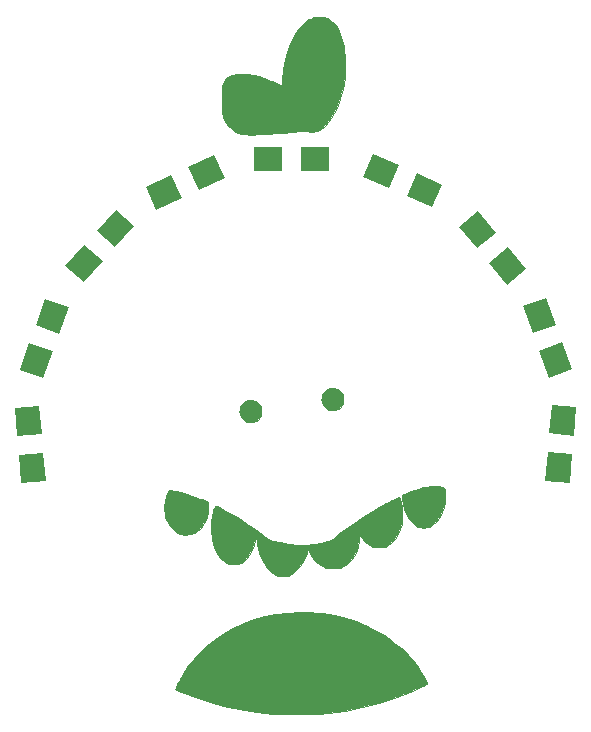
<source format=gts>
G04 #@! TF.FileFunction,Soldermask,Top*
%FSLAX46Y46*%
G04 Gerber Fmt 4.6, Leading zero omitted, Abs format (unit mm)*
G04 Created by KiCad (PCBNEW 4.0.7) date 06/01/18 15:25:46*
%MOMM*%
%LPD*%
G01*
G04 APERTURE LIST*
%ADD10C,0.100000*%
%ADD11C,0.010000*%
%ADD12C,2.100000*%
%ADD13O,2.100000X2.100000*%
%ADD14R,2.400000X2.100000*%
G04 APERTURE END LIST*
D10*
D11*
G36*
X100310893Y-116255934D02*
X100850519Y-116283193D01*
X101363067Y-116331859D01*
X101876556Y-116404577D01*
X102406263Y-116501439D01*
X103346525Y-116727592D01*
X104256056Y-117022283D01*
X105130007Y-117382202D01*
X105963532Y-117804041D01*
X106751781Y-118284489D01*
X107489907Y-118820237D01*
X108173061Y-119407976D01*
X108796396Y-120044395D01*
X109355063Y-120726185D01*
X109844214Y-121450036D01*
X109971603Y-121666000D01*
X110098454Y-121888486D01*
X110185656Y-122049695D01*
X110234317Y-122162556D01*
X110245548Y-122240001D01*
X110220458Y-122294962D01*
X110160157Y-122340371D01*
X110065754Y-122389159D01*
X110034963Y-122404388D01*
X108778363Y-122982888D01*
X107480816Y-123488825D01*
X106141364Y-123922474D01*
X104759047Y-124284111D01*
X103332906Y-124574011D01*
X101861984Y-124792447D01*
X101600000Y-124823335D01*
X101390151Y-124841763D01*
X101109022Y-124858416D01*
X100769984Y-124873121D01*
X100386408Y-124885703D01*
X99971666Y-124895988D01*
X99539129Y-124903802D01*
X99102167Y-124908970D01*
X98674154Y-124911319D01*
X98268458Y-124910675D01*
X97898453Y-124906862D01*
X97577509Y-124899707D01*
X97318998Y-124889035D01*
X97197334Y-124880695D01*
X95740522Y-124718850D01*
X94321697Y-124484286D01*
X92942846Y-124177462D01*
X91605954Y-123798837D01*
X90313010Y-123348870D01*
X89949648Y-123206344D01*
X89642854Y-123082787D01*
X89405670Y-122986778D01*
X89229144Y-122914303D01*
X89104319Y-122861351D01*
X89022244Y-122823910D01*
X88973963Y-122797967D01*
X88950522Y-122779511D01*
X88942967Y-122764528D01*
X88942334Y-122754990D01*
X88961331Y-122685369D01*
X89013287Y-122557195D01*
X89090642Y-122386257D01*
X89185841Y-122188345D01*
X89291325Y-121979248D01*
X89399537Y-121774756D01*
X89483809Y-121623667D01*
X89945791Y-120902804D01*
X90481546Y-120217605D01*
X91086094Y-119572650D01*
X91754453Y-118972524D01*
X92481642Y-118421806D01*
X93262678Y-117925080D01*
X93853000Y-117604742D01*
X94739725Y-117195319D01*
X95634227Y-116862008D01*
X96545260Y-116602780D01*
X97481582Y-116415611D01*
X98451949Y-116298471D01*
X99465116Y-116249335D01*
X99716167Y-116247436D01*
X100310893Y-116255934D01*
X100310893Y-116255934D01*
G37*
X100310893Y-116255934D02*
X100850519Y-116283193D01*
X101363067Y-116331859D01*
X101876556Y-116404577D01*
X102406263Y-116501439D01*
X103346525Y-116727592D01*
X104256056Y-117022283D01*
X105130007Y-117382202D01*
X105963532Y-117804041D01*
X106751781Y-118284489D01*
X107489907Y-118820237D01*
X108173061Y-119407976D01*
X108796396Y-120044395D01*
X109355063Y-120726185D01*
X109844214Y-121450036D01*
X109971603Y-121666000D01*
X110098454Y-121888486D01*
X110185656Y-122049695D01*
X110234317Y-122162556D01*
X110245548Y-122240001D01*
X110220458Y-122294962D01*
X110160157Y-122340371D01*
X110065754Y-122389159D01*
X110034963Y-122404388D01*
X108778363Y-122982888D01*
X107480816Y-123488825D01*
X106141364Y-123922474D01*
X104759047Y-124284111D01*
X103332906Y-124574011D01*
X101861984Y-124792447D01*
X101600000Y-124823335D01*
X101390151Y-124841763D01*
X101109022Y-124858416D01*
X100769984Y-124873121D01*
X100386408Y-124885703D01*
X99971666Y-124895988D01*
X99539129Y-124903802D01*
X99102167Y-124908970D01*
X98674154Y-124911319D01*
X98268458Y-124910675D01*
X97898453Y-124906862D01*
X97577509Y-124899707D01*
X97318998Y-124889035D01*
X97197334Y-124880695D01*
X95740522Y-124718850D01*
X94321697Y-124484286D01*
X92942846Y-124177462D01*
X91605954Y-123798837D01*
X90313010Y-123348870D01*
X89949648Y-123206344D01*
X89642854Y-123082787D01*
X89405670Y-122986778D01*
X89229144Y-122914303D01*
X89104319Y-122861351D01*
X89022244Y-122823910D01*
X88973963Y-122797967D01*
X88950522Y-122779511D01*
X88942967Y-122764528D01*
X88942334Y-122754990D01*
X88961331Y-122685369D01*
X89013287Y-122557195D01*
X89090642Y-122386257D01*
X89185841Y-122188345D01*
X89291325Y-121979248D01*
X89399537Y-121774756D01*
X89483809Y-121623667D01*
X89945791Y-120902804D01*
X90481546Y-120217605D01*
X91086094Y-119572650D01*
X91754453Y-118972524D01*
X92481642Y-118421806D01*
X93262678Y-117925080D01*
X93853000Y-117604742D01*
X94739725Y-117195319D01*
X95634227Y-116862008D01*
X96545260Y-116602780D01*
X97481582Y-116415611D01*
X98451949Y-116298471D01*
X99465116Y-116249335D01*
X99716167Y-116247436D01*
X100310893Y-116255934D01*
G36*
X107895266Y-106512376D02*
X107946680Y-106580584D01*
X107978519Y-106658833D01*
X108064501Y-106970253D01*
X108124954Y-107336625D01*
X108158375Y-107731717D01*
X108163261Y-108129294D01*
X108138110Y-108503123D01*
X108098475Y-108752870D01*
X107966188Y-109227008D01*
X107780858Y-109654255D01*
X107547294Y-110027353D01*
X107270308Y-110339043D01*
X106954710Y-110582066D01*
X106844372Y-110645188D01*
X106732871Y-110700038D01*
X106633535Y-110735110D01*
X106521986Y-110754756D01*
X106373845Y-110763324D01*
X106172000Y-110765167D01*
X105965035Y-110763189D01*
X105818322Y-110754356D01*
X105707482Y-110734318D01*
X105608136Y-110698725D01*
X105499629Y-110645188D01*
X105210214Y-110453522D01*
X104936805Y-110197711D01*
X104700952Y-109898096D01*
X104689124Y-109880178D01*
X104521000Y-109622873D01*
X104521000Y-109922665D01*
X104509222Y-110120574D01*
X104478374Y-110349035D01*
X104436083Y-110554478D01*
X104275748Y-111041454D01*
X104059665Y-111470948D01*
X103790400Y-111839549D01*
X103470517Y-112143848D01*
X103102580Y-112380434D01*
X103039334Y-112411819D01*
X102916536Y-112468011D01*
X102813157Y-112505394D01*
X102706461Y-112527781D01*
X102573714Y-112538985D01*
X102392181Y-112542818D01*
X102256167Y-112543167D01*
X102033465Y-112541593D01*
X101873034Y-112534564D01*
X101752500Y-112518619D01*
X101649493Y-112490295D01*
X101541638Y-112446130D01*
X101497495Y-112425770D01*
X101116677Y-112203239D01*
X100787991Y-111915945D01*
X100509266Y-111561658D01*
X100310394Y-111206984D01*
X100237300Y-111056793D01*
X100190746Y-110973552D01*
X100161148Y-110947636D01*
X100138927Y-110969421D01*
X100119740Y-111015468D01*
X100087738Y-111113250D01*
X100076000Y-111173032D01*
X100058306Y-111244450D01*
X100010983Y-111371771D01*
X99942677Y-111535375D01*
X99862029Y-111715641D01*
X99777683Y-111892947D01*
X99698281Y-112047674D01*
X99662862Y-112110907D01*
X99482566Y-112374743D01*
X99262197Y-112627743D01*
X99023388Y-112847975D01*
X98787770Y-113013504D01*
X98754407Y-113032062D01*
X98612812Y-113103018D01*
X98492374Y-113146830D01*
X98361765Y-113170933D01*
X98189658Y-113182758D01*
X98107500Y-113185561D01*
X97923355Y-113186861D01*
X97760709Y-113180647D01*
X97646066Y-113168194D01*
X97620667Y-113162113D01*
X97286026Y-113008995D01*
X96973916Y-112779720D01*
X96688694Y-112480824D01*
X96434719Y-112118845D01*
X96216349Y-111700317D01*
X96037941Y-111231779D01*
X95903854Y-110719765D01*
X95868688Y-110534341D01*
X95837530Y-110333877D01*
X95813064Y-110140525D01*
X95799120Y-109986050D01*
X95797355Y-109942790D01*
X95794382Y-109858797D01*
X95786734Y-109833112D01*
X95771196Y-109872400D01*
X95744554Y-109983323D01*
X95717182Y-110109000D01*
X95587529Y-110599457D01*
X95421454Y-111022320D01*
X95213482Y-111388807D01*
X94958135Y-111710132D01*
X94911334Y-111759318D01*
X94694904Y-111958467D01*
X94488776Y-112091397D01*
X94267944Y-112168839D01*
X94007401Y-112201529D01*
X93874167Y-112204500D01*
X93588314Y-112188055D01*
X93353141Y-112131565D01*
X93143642Y-112024297D01*
X92934810Y-111855517D01*
X92837000Y-111759318D01*
X92538560Y-111392686D01*
X92300474Y-110967492D01*
X92123156Y-110484970D01*
X92007022Y-109946357D01*
X91952486Y-109352887D01*
X91948000Y-109113214D01*
X91964829Y-108629455D01*
X92017923Y-108196924D01*
X92111189Y-107788611D01*
X92165213Y-107611936D01*
X92218700Y-107445208D01*
X92261699Y-107328915D01*
X92307690Y-107260754D01*
X92370155Y-107238421D01*
X92462573Y-107259614D01*
X92598427Y-107322029D01*
X92791196Y-107423362D01*
X92907751Y-107485071D01*
X93664259Y-107898478D01*
X94361139Y-108313449D01*
X95022245Y-108745647D01*
X95671434Y-109210732D01*
X96332562Y-109724366D01*
X96393000Y-109773133D01*
X96552744Y-109899715D01*
X96689918Y-109998341D01*
X96820692Y-110075618D01*
X96961233Y-110138149D01*
X97127708Y-110192539D01*
X97336285Y-110245392D01*
X97603131Y-110303312D01*
X97779452Y-110339489D01*
X98564849Y-110474410D01*
X99300163Y-110548386D01*
X99994254Y-110561253D01*
X100655981Y-110512846D01*
X101294203Y-110403002D01*
X101813494Y-110264723D01*
X101969678Y-110210406D01*
X102109240Y-110145199D01*
X102254028Y-110056284D01*
X102425888Y-109930841D01*
X102554751Y-109829792D01*
X102984118Y-109498360D01*
X103471050Y-109140996D01*
X103997576Y-108770013D01*
X104545725Y-108397725D01*
X105097526Y-108036445D01*
X105635008Y-107698487D01*
X105898244Y-107538822D01*
X106189946Y-107366686D01*
X106486707Y-107195827D01*
X106778215Y-107031796D01*
X107054160Y-106880144D01*
X107304229Y-106746421D01*
X107518111Y-106636179D01*
X107685495Y-106554969D01*
X107796068Y-106508342D01*
X107829023Y-106499438D01*
X107895266Y-106512376D01*
X107895266Y-106512376D01*
G37*
X107895266Y-106512376D02*
X107946680Y-106580584D01*
X107978519Y-106658833D01*
X108064501Y-106970253D01*
X108124954Y-107336625D01*
X108158375Y-107731717D01*
X108163261Y-108129294D01*
X108138110Y-108503123D01*
X108098475Y-108752870D01*
X107966188Y-109227008D01*
X107780858Y-109654255D01*
X107547294Y-110027353D01*
X107270308Y-110339043D01*
X106954710Y-110582066D01*
X106844372Y-110645188D01*
X106732871Y-110700038D01*
X106633535Y-110735110D01*
X106521986Y-110754756D01*
X106373845Y-110763324D01*
X106172000Y-110765167D01*
X105965035Y-110763189D01*
X105818322Y-110754356D01*
X105707482Y-110734318D01*
X105608136Y-110698725D01*
X105499629Y-110645188D01*
X105210214Y-110453522D01*
X104936805Y-110197711D01*
X104700952Y-109898096D01*
X104689124Y-109880178D01*
X104521000Y-109622873D01*
X104521000Y-109922665D01*
X104509222Y-110120574D01*
X104478374Y-110349035D01*
X104436083Y-110554478D01*
X104275748Y-111041454D01*
X104059665Y-111470948D01*
X103790400Y-111839549D01*
X103470517Y-112143848D01*
X103102580Y-112380434D01*
X103039334Y-112411819D01*
X102916536Y-112468011D01*
X102813157Y-112505394D01*
X102706461Y-112527781D01*
X102573714Y-112538985D01*
X102392181Y-112542818D01*
X102256167Y-112543167D01*
X102033465Y-112541593D01*
X101873034Y-112534564D01*
X101752500Y-112518619D01*
X101649493Y-112490295D01*
X101541638Y-112446130D01*
X101497495Y-112425770D01*
X101116677Y-112203239D01*
X100787991Y-111915945D01*
X100509266Y-111561658D01*
X100310394Y-111206984D01*
X100237300Y-111056793D01*
X100190746Y-110973552D01*
X100161148Y-110947636D01*
X100138927Y-110969421D01*
X100119740Y-111015468D01*
X100087738Y-111113250D01*
X100076000Y-111173032D01*
X100058306Y-111244450D01*
X100010983Y-111371771D01*
X99942677Y-111535375D01*
X99862029Y-111715641D01*
X99777683Y-111892947D01*
X99698281Y-112047674D01*
X99662862Y-112110907D01*
X99482566Y-112374743D01*
X99262197Y-112627743D01*
X99023388Y-112847975D01*
X98787770Y-113013504D01*
X98754407Y-113032062D01*
X98612812Y-113103018D01*
X98492374Y-113146830D01*
X98361765Y-113170933D01*
X98189658Y-113182758D01*
X98107500Y-113185561D01*
X97923355Y-113186861D01*
X97760709Y-113180647D01*
X97646066Y-113168194D01*
X97620667Y-113162113D01*
X97286026Y-113008995D01*
X96973916Y-112779720D01*
X96688694Y-112480824D01*
X96434719Y-112118845D01*
X96216349Y-111700317D01*
X96037941Y-111231779D01*
X95903854Y-110719765D01*
X95868688Y-110534341D01*
X95837530Y-110333877D01*
X95813064Y-110140525D01*
X95799120Y-109986050D01*
X95797355Y-109942790D01*
X95794382Y-109858797D01*
X95786734Y-109833112D01*
X95771196Y-109872400D01*
X95744554Y-109983323D01*
X95717182Y-110109000D01*
X95587529Y-110599457D01*
X95421454Y-111022320D01*
X95213482Y-111388807D01*
X94958135Y-111710132D01*
X94911334Y-111759318D01*
X94694904Y-111958467D01*
X94488776Y-112091397D01*
X94267944Y-112168839D01*
X94007401Y-112201529D01*
X93874167Y-112204500D01*
X93588314Y-112188055D01*
X93353141Y-112131565D01*
X93143642Y-112024297D01*
X92934810Y-111855517D01*
X92837000Y-111759318D01*
X92538560Y-111392686D01*
X92300474Y-110967492D01*
X92123156Y-110484970D01*
X92007022Y-109946357D01*
X91952486Y-109352887D01*
X91948000Y-109113214D01*
X91964829Y-108629455D01*
X92017923Y-108196924D01*
X92111189Y-107788611D01*
X92165213Y-107611936D01*
X92218700Y-107445208D01*
X92261699Y-107328915D01*
X92307690Y-107260754D01*
X92370155Y-107238421D01*
X92462573Y-107259614D01*
X92598427Y-107322029D01*
X92791196Y-107423362D01*
X92907751Y-107485071D01*
X93664259Y-107898478D01*
X94361139Y-108313449D01*
X95022245Y-108745647D01*
X95671434Y-109210732D01*
X96332562Y-109724366D01*
X96393000Y-109773133D01*
X96552744Y-109899715D01*
X96689918Y-109998341D01*
X96820692Y-110075618D01*
X96961233Y-110138149D01*
X97127708Y-110192539D01*
X97336285Y-110245392D01*
X97603131Y-110303312D01*
X97779452Y-110339489D01*
X98564849Y-110474410D01*
X99300163Y-110548386D01*
X99994254Y-110561253D01*
X100655981Y-110512846D01*
X101294203Y-110403002D01*
X101813494Y-110264723D01*
X101969678Y-110210406D01*
X102109240Y-110145199D01*
X102254028Y-110056284D01*
X102425888Y-109930841D01*
X102554751Y-109829792D01*
X102984118Y-109498360D01*
X103471050Y-109140996D01*
X103997576Y-108770013D01*
X104545725Y-108397725D01*
X105097526Y-108036445D01*
X105635008Y-107698487D01*
X105898244Y-107538822D01*
X106189946Y-107366686D01*
X106486707Y-107195827D01*
X106778215Y-107031796D01*
X107054160Y-106880144D01*
X107304229Y-106746421D01*
X107518111Y-106636179D01*
X107685495Y-106554969D01*
X107796068Y-106508342D01*
X107829023Y-106499438D01*
X107895266Y-106512376D01*
G36*
X88479758Y-105885131D02*
X88594695Y-105910995D01*
X88759012Y-105949465D01*
X88956290Y-105996750D01*
X88985729Y-106003887D01*
X89650661Y-106181545D01*
X90338801Y-106395093D01*
X91005099Y-106630332D01*
X91154250Y-106687463D01*
X91694000Y-106897643D01*
X91693374Y-107349738D01*
X91686335Y-107583890D01*
X91667888Y-107816298D01*
X91641111Y-108012603D01*
X91628419Y-108074761D01*
X91501992Y-108458339D01*
X91314923Y-108813286D01*
X91077552Y-109125288D01*
X90800220Y-109380030D01*
X90586199Y-109517500D01*
X90448644Y-109586987D01*
X90332128Y-109630825D01*
X90207332Y-109655859D01*
X90044939Y-109668930D01*
X89916000Y-109673917D01*
X89638997Y-109672891D01*
X89436220Y-109650234D01*
X89359071Y-109629039D01*
X89020110Y-109458744D01*
X88716805Y-109218243D01*
X88457296Y-108917404D01*
X88249725Y-108566093D01*
X88102231Y-108174175D01*
X88076581Y-108074761D01*
X88036919Y-107828687D01*
X88017123Y-107533279D01*
X88017195Y-107221505D01*
X88037133Y-106926334D01*
X88076581Y-106682239D01*
X88117702Y-106539615D01*
X88176380Y-106375256D01*
X88244267Y-106208174D01*
X88313019Y-106057384D01*
X88374289Y-105941898D01*
X88419732Y-105880729D01*
X88430624Y-105875667D01*
X88479758Y-105885131D01*
X88479758Y-105885131D01*
G37*
X88479758Y-105885131D02*
X88594695Y-105910995D01*
X88759012Y-105949465D01*
X88956290Y-105996750D01*
X88985729Y-106003887D01*
X89650661Y-106181545D01*
X90338801Y-106395093D01*
X91005099Y-106630332D01*
X91154250Y-106687463D01*
X91694000Y-106897643D01*
X91693374Y-107349738D01*
X91686335Y-107583890D01*
X91667888Y-107816298D01*
X91641111Y-108012603D01*
X91628419Y-108074761D01*
X91501992Y-108458339D01*
X91314923Y-108813286D01*
X91077552Y-109125288D01*
X90800220Y-109380030D01*
X90586199Y-109517500D01*
X90448644Y-109586987D01*
X90332128Y-109630825D01*
X90207332Y-109655859D01*
X90044939Y-109668930D01*
X89916000Y-109673917D01*
X89638997Y-109672891D01*
X89436220Y-109650234D01*
X89359071Y-109629039D01*
X89020110Y-109458744D01*
X88716805Y-109218243D01*
X88457296Y-108917404D01*
X88249725Y-108566093D01*
X88102231Y-108174175D01*
X88076581Y-108074761D01*
X88036919Y-107828687D01*
X88017123Y-107533279D01*
X88017195Y-107221505D01*
X88037133Y-106926334D01*
X88076581Y-106682239D01*
X88117702Y-106539615D01*
X88176380Y-106375256D01*
X88244267Y-106208174D01*
X88313019Y-106057384D01*
X88374289Y-105941898D01*
X88419732Y-105880729D01*
X88430624Y-105875667D01*
X88479758Y-105885131D01*
G36*
X111032964Y-105587203D02*
X111296437Y-105596246D01*
X111487157Y-105610536D01*
X111616858Y-105640839D01*
X111697272Y-105697926D01*
X111740135Y-105792564D01*
X111757179Y-105935521D01*
X111760138Y-106137566D01*
X111760000Y-106254432D01*
X111734080Y-106810000D01*
X111654874Y-107307176D01*
X111520210Y-107755062D01*
X111327918Y-108162759D01*
X111289134Y-108229071D01*
X111144307Y-108433305D01*
X110964072Y-108633435D01*
X110768025Y-108811469D01*
X110575762Y-108949418D01*
X110423214Y-109024071D01*
X110201412Y-109072255D01*
X109942685Y-109087178D01*
X109686080Y-109068949D01*
X109481131Y-109021479D01*
X109325461Y-108940015D01*
X109144916Y-108804388D01*
X108958825Y-108632648D01*
X108786516Y-108442844D01*
X108647319Y-108253024D01*
X108632533Y-108229071D01*
X108460830Y-107888855D01*
X108320210Y-107501212D01*
X108219387Y-107097145D01*
X108167076Y-106707657D01*
X108161667Y-106553889D01*
X108161667Y-106308225D01*
X108681701Y-106094407D01*
X109139344Y-105915484D01*
X109543683Y-105779239D01*
X109912204Y-105681901D01*
X110262389Y-105619699D01*
X110611723Y-105588860D01*
X110977690Y-105585614D01*
X111032964Y-105587203D01*
X111032964Y-105587203D01*
G37*
X111032964Y-105587203D02*
X111296437Y-105596246D01*
X111487157Y-105610536D01*
X111616858Y-105640839D01*
X111697272Y-105697926D01*
X111740135Y-105792564D01*
X111757179Y-105935521D01*
X111760138Y-106137566D01*
X111760000Y-106254432D01*
X111734080Y-106810000D01*
X111654874Y-107307176D01*
X111520210Y-107755062D01*
X111327918Y-108162759D01*
X111289134Y-108229071D01*
X111144307Y-108433305D01*
X110964072Y-108633435D01*
X110768025Y-108811469D01*
X110575762Y-108949418D01*
X110423214Y-109024071D01*
X110201412Y-109072255D01*
X109942685Y-109087178D01*
X109686080Y-109068949D01*
X109481131Y-109021479D01*
X109325461Y-108940015D01*
X109144916Y-108804388D01*
X108958825Y-108632648D01*
X108786516Y-108442844D01*
X108647319Y-108253024D01*
X108632533Y-108229071D01*
X108460830Y-107888855D01*
X108320210Y-107501212D01*
X108219387Y-107097145D01*
X108167076Y-106707657D01*
X108161667Y-106553889D01*
X108161667Y-106308225D01*
X108681701Y-106094407D01*
X109139344Y-105915484D01*
X109543683Y-105779239D01*
X109912204Y-105681901D01*
X110262389Y-105619699D01*
X110611723Y-105588860D01*
X110977690Y-105585614D01*
X111032964Y-105587203D01*
G36*
X95476865Y-98322083D02*
X95602917Y-98334575D01*
X95696580Y-98362257D01*
X95783950Y-98410744D01*
X95814893Y-98431607D01*
X95946666Y-98542877D01*
X96068097Y-98676854D01*
X96090059Y-98706774D01*
X96146403Y-98797648D01*
X96180142Y-98886453D01*
X96196892Y-98999282D01*
X96202266Y-99162229D01*
X96202500Y-99229333D01*
X96199584Y-99413865D01*
X96187092Y-99539916D01*
X96159409Y-99633580D01*
X96110922Y-99720950D01*
X96090059Y-99751892D01*
X95928074Y-99943325D01*
X95745098Y-100066818D01*
X95521023Y-100132988D01*
X95334667Y-100150667D01*
X95127800Y-100150791D01*
X94978838Y-100129817D01*
X94875645Y-100091215D01*
X94641646Y-99932980D01*
X94479776Y-99731710D01*
X94388740Y-99485058D01*
X94367244Y-99190677D01*
X94368140Y-99171387D01*
X94408134Y-98904895D01*
X94503341Y-98691476D01*
X94663836Y-98512575D01*
X94769774Y-98431607D01*
X94860649Y-98375264D01*
X94949454Y-98341524D01*
X95062283Y-98324775D01*
X95225229Y-98319401D01*
X95292334Y-98319167D01*
X95476865Y-98322083D01*
X95476865Y-98322083D01*
G37*
X95476865Y-98322083D02*
X95602917Y-98334575D01*
X95696580Y-98362257D01*
X95783950Y-98410744D01*
X95814893Y-98431607D01*
X95946666Y-98542877D01*
X96068097Y-98676854D01*
X96090059Y-98706774D01*
X96146403Y-98797648D01*
X96180142Y-98886453D01*
X96196892Y-98999282D01*
X96202266Y-99162229D01*
X96202500Y-99229333D01*
X96199584Y-99413865D01*
X96187092Y-99539916D01*
X96159409Y-99633580D01*
X96110922Y-99720950D01*
X96090059Y-99751892D01*
X95928074Y-99943325D01*
X95745098Y-100066818D01*
X95521023Y-100132988D01*
X95334667Y-100150667D01*
X95127800Y-100150791D01*
X94978838Y-100129817D01*
X94875645Y-100091215D01*
X94641646Y-99932980D01*
X94479776Y-99731710D01*
X94388740Y-99485058D01*
X94367244Y-99190677D01*
X94368140Y-99171387D01*
X94408134Y-98904895D01*
X94503341Y-98691476D01*
X94663836Y-98512575D01*
X94769774Y-98431607D01*
X94860649Y-98375264D01*
X94949454Y-98341524D01*
X95062283Y-98324775D01*
X95225229Y-98319401D01*
X95292334Y-98319167D01*
X95476865Y-98322083D01*
G36*
X102419532Y-97306083D02*
X102545583Y-97318575D01*
X102639247Y-97346257D01*
X102726617Y-97394744D01*
X102757559Y-97415607D01*
X102889332Y-97526877D01*
X103010764Y-97660854D01*
X103032726Y-97690774D01*
X103089070Y-97781648D01*
X103122809Y-97870453D01*
X103139558Y-97983282D01*
X103144933Y-98146229D01*
X103145167Y-98213333D01*
X103142251Y-98397865D01*
X103129758Y-98523916D01*
X103102076Y-98617580D01*
X103053589Y-98704950D01*
X103032726Y-98735892D01*
X102870740Y-98927325D01*
X102687764Y-99050818D01*
X102463689Y-99116988D01*
X102277334Y-99134667D01*
X102070467Y-99134791D01*
X101921505Y-99113817D01*
X101818311Y-99075215D01*
X101584312Y-98916980D01*
X101422442Y-98715710D01*
X101331407Y-98469058D01*
X101309911Y-98174677D01*
X101310807Y-98155387D01*
X101350801Y-97888895D01*
X101446008Y-97675476D01*
X101606503Y-97496575D01*
X101712441Y-97415607D01*
X101803315Y-97359264D01*
X101892120Y-97325524D01*
X102004949Y-97308775D01*
X102167896Y-97303401D01*
X102235000Y-97303167D01*
X102419532Y-97306083D01*
X102419532Y-97306083D01*
G37*
X102419532Y-97306083D02*
X102545583Y-97318575D01*
X102639247Y-97346257D01*
X102726617Y-97394744D01*
X102757559Y-97415607D01*
X102889332Y-97526877D01*
X103010764Y-97660854D01*
X103032726Y-97690774D01*
X103089070Y-97781648D01*
X103122809Y-97870453D01*
X103139558Y-97983282D01*
X103144933Y-98146229D01*
X103145167Y-98213333D01*
X103142251Y-98397865D01*
X103129758Y-98523916D01*
X103102076Y-98617580D01*
X103053589Y-98704950D01*
X103032726Y-98735892D01*
X102870740Y-98927325D01*
X102687764Y-99050818D01*
X102463689Y-99116988D01*
X102277334Y-99134667D01*
X102070467Y-99134791D01*
X101921505Y-99113817D01*
X101818311Y-99075215D01*
X101584312Y-98916980D01*
X101422442Y-98715710D01*
X101331407Y-98469058D01*
X101309911Y-98174677D01*
X101310807Y-98155387D01*
X101350801Y-97888895D01*
X101446008Y-97675476D01*
X101606503Y-97496575D01*
X101712441Y-97415607D01*
X101803315Y-97359264D01*
X101892120Y-97325524D01*
X102004949Y-97308775D01*
X102167896Y-97303401D01*
X102235000Y-97303167D01*
X102419532Y-97306083D01*
G36*
X101366749Y-65851219D02*
X101516583Y-65859055D01*
X101628225Y-65877024D01*
X101724901Y-65909143D01*
X101829834Y-65959429D01*
X101848949Y-65969433D01*
X102157001Y-66179101D01*
X102431197Y-66465068D01*
X102670730Y-66825681D01*
X102874791Y-67259288D01*
X103042575Y-67764238D01*
X103173273Y-68338879D01*
X103248763Y-68832889D01*
X103269127Y-69061713D01*
X103283034Y-69354257D01*
X103290637Y-69690546D01*
X103292090Y-70050609D01*
X103287549Y-70414473D01*
X103277168Y-70762164D01*
X103261100Y-71073709D01*
X103239501Y-71329136D01*
X103228791Y-71415062D01*
X103129305Y-71962050D01*
X102989720Y-72501374D01*
X102814770Y-73024095D01*
X102609189Y-73521274D01*
X102377710Y-73983971D01*
X102125068Y-74403248D01*
X101855996Y-74770166D01*
X101575228Y-75075786D01*
X101287498Y-75311169D01*
X101109448Y-75417021D01*
X100944481Y-75490558D01*
X100786657Y-75533439D01*
X100596573Y-75555217D01*
X100522711Y-75559279D01*
X100324569Y-75560246D01*
X100124814Y-75548069D01*
X99965772Y-75525372D01*
X99962087Y-75524559D01*
X99831229Y-75502102D01*
X99697015Y-75496959D01*
X99532587Y-75509732D01*
X99324877Y-75538864D01*
X99090096Y-75572707D01*
X98832836Y-75603972D01*
X98542913Y-75633532D01*
X98210141Y-75662259D01*
X97824338Y-75691024D01*
X97375318Y-75720701D01*
X96852897Y-75752161D01*
X96795167Y-75755499D01*
X96289145Y-75782655D01*
X95859836Y-75801073D01*
X95499738Y-75810747D01*
X95201346Y-75811669D01*
X94957159Y-75803831D01*
X94759675Y-75787227D01*
X94601390Y-75761848D01*
X94563708Y-75753323D01*
X94232803Y-75643411D01*
X93913511Y-75482312D01*
X93622012Y-75281994D01*
X93374485Y-75054425D01*
X93187111Y-74811574D01*
X93119673Y-74685134D01*
X93040232Y-74499985D01*
X92978570Y-74331531D01*
X92932484Y-74164877D01*
X92899772Y-73985128D01*
X92878234Y-73777390D01*
X92865667Y-73526768D01*
X92859869Y-73218368D01*
X92858625Y-72919167D01*
X92863237Y-72466201D01*
X92879544Y-72088645D01*
X92910560Y-71777685D01*
X92959297Y-71524511D01*
X93028766Y-71320312D01*
X93121981Y-71156274D01*
X93241953Y-71023588D01*
X93391696Y-70913440D01*
X93574220Y-70817021D01*
X93577834Y-70815353D01*
X93656349Y-70781518D01*
X93733322Y-70756543D01*
X93822955Y-70739093D01*
X93939446Y-70727832D01*
X94096997Y-70721426D01*
X94309808Y-70718539D01*
X94592080Y-70717835D01*
X94615000Y-70717833D01*
X94907165Y-70718607D01*
X95132079Y-70721998D01*
X95307151Y-70729613D01*
X95449793Y-70743060D01*
X95577412Y-70763944D01*
X95707419Y-70793872D01*
X95846666Y-70831493D01*
X95994620Y-70877891D01*
X96204390Y-70950483D01*
X96459581Y-71043038D01*
X96743799Y-71149325D01*
X97040648Y-71263113D01*
X97333732Y-71378173D01*
X97606657Y-71488272D01*
X97843027Y-71587181D01*
X97899928Y-71611803D01*
X97925229Y-71583081D01*
X97947480Y-71472647D01*
X97966874Y-71279326D01*
X97975302Y-71155505D01*
X98041294Y-70464975D01*
X98152236Y-69797233D01*
X98305083Y-69158757D01*
X98496787Y-68556025D01*
X98724301Y-67995514D01*
X98984578Y-67483702D01*
X99274571Y-67027066D01*
X99591234Y-66632084D01*
X99931518Y-66305233D01*
X100292379Y-66052991D01*
X100403609Y-65993128D01*
X100534986Y-65929559D01*
X100641807Y-65888169D01*
X100748890Y-65864216D01*
X100881059Y-65852958D01*
X101063134Y-65849656D01*
X101155500Y-65849500D01*
X101366749Y-65851219D01*
X101366749Y-65851219D01*
G37*
X101366749Y-65851219D02*
X101516583Y-65859055D01*
X101628225Y-65877024D01*
X101724901Y-65909143D01*
X101829834Y-65959429D01*
X101848949Y-65969433D01*
X102157001Y-66179101D01*
X102431197Y-66465068D01*
X102670730Y-66825681D01*
X102874791Y-67259288D01*
X103042575Y-67764238D01*
X103173273Y-68338879D01*
X103248763Y-68832889D01*
X103269127Y-69061713D01*
X103283034Y-69354257D01*
X103290637Y-69690546D01*
X103292090Y-70050609D01*
X103287549Y-70414473D01*
X103277168Y-70762164D01*
X103261100Y-71073709D01*
X103239501Y-71329136D01*
X103228791Y-71415062D01*
X103129305Y-71962050D01*
X102989720Y-72501374D01*
X102814770Y-73024095D01*
X102609189Y-73521274D01*
X102377710Y-73983971D01*
X102125068Y-74403248D01*
X101855996Y-74770166D01*
X101575228Y-75075786D01*
X101287498Y-75311169D01*
X101109448Y-75417021D01*
X100944481Y-75490558D01*
X100786657Y-75533439D01*
X100596573Y-75555217D01*
X100522711Y-75559279D01*
X100324569Y-75560246D01*
X100124814Y-75548069D01*
X99965772Y-75525372D01*
X99962087Y-75524559D01*
X99831229Y-75502102D01*
X99697015Y-75496959D01*
X99532587Y-75509732D01*
X99324877Y-75538864D01*
X99090096Y-75572707D01*
X98832836Y-75603972D01*
X98542913Y-75633532D01*
X98210141Y-75662259D01*
X97824338Y-75691024D01*
X97375318Y-75720701D01*
X96852897Y-75752161D01*
X96795167Y-75755499D01*
X96289145Y-75782655D01*
X95859836Y-75801073D01*
X95499738Y-75810747D01*
X95201346Y-75811669D01*
X94957159Y-75803831D01*
X94759675Y-75787227D01*
X94601390Y-75761848D01*
X94563708Y-75753323D01*
X94232803Y-75643411D01*
X93913511Y-75482312D01*
X93622012Y-75281994D01*
X93374485Y-75054425D01*
X93187111Y-74811574D01*
X93119673Y-74685134D01*
X93040232Y-74499985D01*
X92978570Y-74331531D01*
X92932484Y-74164877D01*
X92899772Y-73985128D01*
X92878234Y-73777390D01*
X92865667Y-73526768D01*
X92859869Y-73218368D01*
X92858625Y-72919167D01*
X92863237Y-72466201D01*
X92879544Y-72088645D01*
X92910560Y-71777685D01*
X92959297Y-71524511D01*
X93028766Y-71320312D01*
X93121981Y-71156274D01*
X93241953Y-71023588D01*
X93391696Y-70913440D01*
X93574220Y-70817021D01*
X93577834Y-70815353D01*
X93656349Y-70781518D01*
X93733322Y-70756543D01*
X93822955Y-70739093D01*
X93939446Y-70727832D01*
X94096997Y-70721426D01*
X94309808Y-70718539D01*
X94592080Y-70717835D01*
X94615000Y-70717833D01*
X94907165Y-70718607D01*
X95132079Y-70721998D01*
X95307151Y-70729613D01*
X95449793Y-70743060D01*
X95577412Y-70763944D01*
X95707419Y-70793872D01*
X95846666Y-70831493D01*
X95994620Y-70877891D01*
X96204390Y-70950483D01*
X96459581Y-71043038D01*
X96743799Y-71149325D01*
X97040648Y-71263113D01*
X97333732Y-71378173D01*
X97606657Y-71488272D01*
X97843027Y-71587181D01*
X97899928Y-71611803D01*
X97925229Y-71583081D01*
X97947480Y-71472647D01*
X97966874Y-71279326D01*
X97975302Y-71155505D01*
X98041294Y-70464975D01*
X98152236Y-69797233D01*
X98305083Y-69158757D01*
X98496787Y-68556025D01*
X98724301Y-67995514D01*
X98984578Y-67483702D01*
X99274571Y-67027066D01*
X99591234Y-66632084D01*
X99931518Y-66305233D01*
X100292379Y-66052991D01*
X100403609Y-65993128D01*
X100534986Y-65929559D01*
X100641807Y-65888169D01*
X100748890Y-65864216D01*
X100881059Y-65852958D01*
X101063134Y-65849656D01*
X101155500Y-65849500D01*
X101366749Y-65851219D01*
D12*
X100965000Y-120904000D03*
D13*
X100965000Y-123444000D03*
X98425000Y-120904000D03*
X98425000Y-123444000D03*
D10*
G36*
X75332298Y-98960891D02*
X77424307Y-98777864D01*
X77633480Y-101168731D01*
X75541471Y-101351758D01*
X75332298Y-98960891D01*
X75332298Y-98960891D01*
G37*
G36*
X75680920Y-102945669D02*
X77772929Y-102762642D01*
X77982102Y-105153509D01*
X75890093Y-105336536D01*
X75680920Y-102945669D01*
X75680920Y-102945669D01*
G37*
G36*
X77933387Y-89699463D02*
X79906741Y-90417705D01*
X79085893Y-92672967D01*
X77112539Y-91954725D01*
X77933387Y-89699463D01*
X77933387Y-89699463D01*
G37*
G36*
X76565307Y-93458233D02*
X78538661Y-94176475D01*
X77717813Y-96431737D01*
X75744459Y-95713495D01*
X76565307Y-93458233D01*
X76565307Y-93458233D01*
G37*
G36*
X83910916Y-82161749D02*
X85471520Y-83566923D01*
X83865606Y-85350471D01*
X82305002Y-83945297D01*
X83910916Y-82161749D01*
X83910916Y-82161749D01*
G37*
G36*
X81234394Y-85134329D02*
X82794998Y-86539503D01*
X81189084Y-88323051D01*
X79628480Y-86917877D01*
X81234394Y-85134329D01*
X81234394Y-85134329D01*
G37*
G36*
X92220036Y-77553598D02*
X93107535Y-79456844D01*
X90932396Y-80471128D01*
X90044897Y-78567882D01*
X92220036Y-77553598D01*
X92220036Y-77553598D01*
G37*
G36*
X88594804Y-79244072D02*
X89482303Y-81147318D01*
X87307164Y-82161602D01*
X86419665Y-80258356D01*
X88594804Y-79244072D01*
X88594804Y-79244072D01*
G37*
D14*
X100755200Y-77876400D03*
X96755200Y-77876400D03*
D10*
G36*
X111554419Y-80047534D02*
X110700272Y-81965980D01*
X108507763Y-80989812D01*
X109361910Y-79071366D01*
X111554419Y-80047534D01*
X111554419Y-80047534D01*
G37*
G36*
X107900237Y-78420588D02*
X107046090Y-80339034D01*
X104853581Y-79362866D01*
X105707728Y-77444420D01*
X107900237Y-78420588D01*
X107900237Y-78420588D01*
G37*
G36*
X118634467Y-87171215D02*
X117025773Y-88521069D01*
X115483083Y-86682563D01*
X117091777Y-85332709D01*
X118634467Y-87171215D01*
X118634467Y-87171215D01*
G37*
G36*
X116063317Y-84107037D02*
X114454623Y-85456891D01*
X112911933Y-83618385D01*
X114520627Y-82268531D01*
X116063317Y-84107037D01*
X116063317Y-84107037D01*
G37*
G36*
X122527941Y-95662695D02*
X120554587Y-96380937D01*
X119733739Y-94125675D01*
X121707093Y-93407433D01*
X122527941Y-95662695D01*
X122527941Y-95662695D01*
G37*
G36*
X121159861Y-91903925D02*
X119186507Y-92622167D01*
X118365659Y-90366905D01*
X120339013Y-89648663D01*
X121159861Y-91903925D01*
X121159861Y-91903925D01*
G37*
G36*
X122331507Y-105285736D02*
X120239498Y-105102709D01*
X120448671Y-102711842D01*
X122540680Y-102894869D01*
X122331507Y-105285736D01*
X122331507Y-105285736D01*
G37*
G36*
X122680129Y-101300958D02*
X120588120Y-101117931D01*
X120797293Y-98727064D01*
X122889302Y-98910091D01*
X122680129Y-101300958D01*
X122680129Y-101300958D01*
G37*
M02*

</source>
